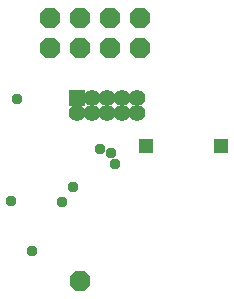
<source format=gbr>
G04 EAGLE Gerber RS-274X export*
G75*
%MOMM*%
%FSLAX34Y34*%
%LPD*%
%INSoldermask Bottom*%
%IPPOS*%
%AMOC8*
5,1,8,0,0,1.08239X$1,22.5*%
G01*
G04 Define Apertures*
%ADD10R,1.311200X1.311200*%
%ADD11R,1.411200X1.411200*%
%ADD12C,1.411200*%
%ADD13P,1.8695X8X22.5*%
%ADD14C,0.959600*%
D10*
X971550Y365760D03*
X908050Y365760D03*
D11*
X849721Y406400D03*
D12*
X849721Y393700D03*
X862421Y406400D03*
X862421Y393700D03*
X875121Y406400D03*
X875121Y393700D03*
X887821Y406400D03*
X887821Y393700D03*
X900521Y406400D03*
X900521Y393700D03*
D13*
X826770Y448310D03*
X826770Y473710D03*
X852170Y448310D03*
X852170Y473710D03*
X877570Y448310D03*
X877570Y473710D03*
X902970Y448310D03*
X902970Y473710D03*
X852170Y251460D03*
D14*
X877824Y359664D03*
X793750Y318770D03*
X811530Y276606D03*
X836676Y318516D03*
X845820Y330708D03*
X881380Y350520D03*
X798576Y405384D03*
X868680Y362712D03*
M02*

</source>
